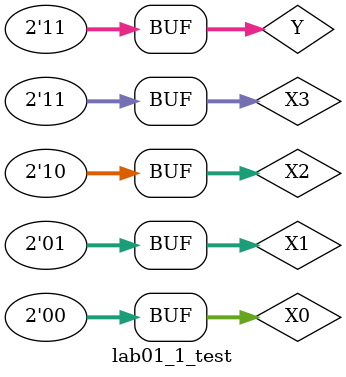
<source format=v>
`timescale 1ns / 1ps


module lab01_1_test(

    );
    reg [1:0] X0;
    reg [1:0] X1;
    reg [1:0] X2;
    reg [1:0] X3;
    reg [1:0] Y;
    wire [1:0] F;
    
    lab01_1 i1 (
        .X0(X0),
        .X1(X1),
        .X2(X2),
        .X3(X3),
        .Y(Y),
        .F(F)
    );
    
    initial
    begin
        X0 = 2'b00; X1 = 2'b01; X2 = 2'b10; X3 = 2'b11; Y = 2'b00; #200;
        X0 = 2'b00; X1 = 2'b01; X2 = 2'b10; X3 = 2'b11; Y = 2'b01; #200;
        X0 = 2'b00; X1 = 2'b01; X2 = 2'b10; X3 = 2'b11; Y = 2'b10; #200;
        X0 = 2'b00; X1 = 2'b01; X2 = 2'b10; X3 = 2'b11; Y = 2'b11; #200;
    end
endmodule

</source>
